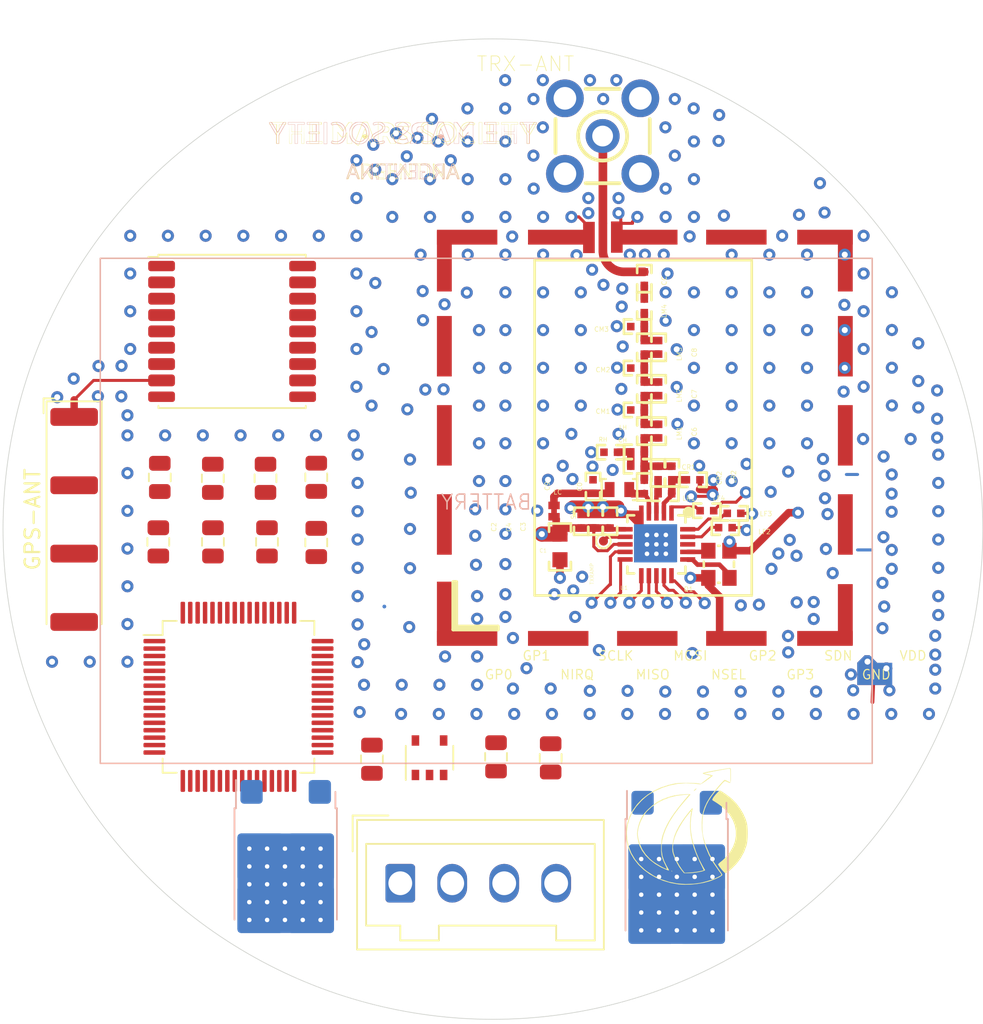
<source format=kicad_pcb>
(kicad_pcb (version 20221018) (generator pcbnew)
  (layers (0 "F.Cu" signal "Top") (1 "In1.Cu" signal "Inner2") (2 "In2.Cu" signal "Inner3") (31 "B.Cu" signal "Bottom") (34 "B.Paste" user "Paste Mask Bottom") (35 "F.Paste" user "Paste Mask Top") (36 "B.SilkS" user "Silkscreen Bottom") (37 "F.SilkS" user "Silkscreen Top") (38 "B.Mask" user "Solder Mask Bottom") (39 "F.Mask" user "Solder Mask Top") (44 "Edge.Cuts" user))
  (net 0 "")
  (net 1 "VPP")
  (net 2 "TX7")
  (net 3 "TX6")
  (net 4 "TX4")
  (net 5 "TX3")
  (net 6 "TX1")
  (net 7 "TRX2")
  (net 8 "RXP")
  (net 9 "RXN")
  (net 10 "RFVDD_TX")
  (net 11 "RFVDD")
  (net 12 "RF_SDN")
  (net 13 "RF_SCLK")
  (net 14 "RF_NSEL")
  (net 15 "RF_NIRQ")
  (net 16 "RF_MOSI")
  (net 17 "RF_MISO")
  (net 18 "RF_GPIO_3")
  (net 19 "RF_GPIO_2")
  (net 20 "RF_GPIO_1")
  (net 21 "RF_GPIO_0")
  (net 22 "GND")
  (net 23 "$$$7296")
  (net 24 "$$$6546")
  (net 25 "$$$30984")
  (net 26 "$$$30982")
  (net 27 "$$$30978")
  (net 28 "$$$11466")
  (net 29 "$$$11456")
  (net 30 "$$$10983")
  (footprint "Package_SO:TSOP-5_1.65x3.05mm_P0.95mm" (layer "F.Cu") (at 90.78114 61.12677 90)
    (fp_text reference "REF**" hide)
    (fp_text value "TSOP-5_1.65x3.05mm_P0.95mm")
  )
  (footprint "Capacitor_SMD:C_0805_2012Metric" (layer "F.Cu") (at 86.90114 61.22677 -90)
    (fp_text reference "REF**" hide)
    (fp_text value "C_0805_2012Metric")
  )
  (footprint "SMD0402" (layer "F.Cu") (at 105.24908 28.87684 90)
    (fp_text reference "CC")
    (fp_text value "SMD0402" hide)
  )
  (footprint "SMD0402" (layer "F.Cu") (at 104.79188 41.50064)
    (fp_text reference "CH")
    (fp_text value "SMD0402" hide)
  )
  (footprint "MountingHole:MountingHole_2.5mm" (layer "F.Cu") (at 76.84114 22.28677)
    (fp_text reference "REF**" hide)
    (fp_text value "MountingHole_2.5mm")
  )
  (footprint "CRYSTAL_4PIN_SMD_2.5X2MM" (layer "F.Cu") (at 110.27241 48.10564 -90)
    (fp_text reference "Q1")
    (fp_text value "CRYSTAL_4PIN_SMD_2.5X2MM" hide)
  )
  (footprint "QFN-20" (layer "F.Cu") (at 106.06388 46.76376 -90)
    (fp_text reference "U1")
    (fp_text value "QFN-20" hide)
  )
  (footprint "IND0603" (layer "F.Cu") (at 103.5729 43.07441 180)
    (fp_text reference "LC")
    (fp_text value "IND0603" hide)
  )
  (footprint "SMD0402" (layer "F.Cu") (at 101.7949 42.87121 -90)
    (fp_text reference "C9")
    (fp_text value "SMD0402" hide)
  )
  (footprint "Capacitor_SMD:C_0805_2012Metric" (layer "F.Cu") (at 72.51114 46.59677 90)
    (fp_text reference "REF**" hide)
    (fp_text value "C_0805_2012Metric")
  )
  (footprint "SMD0402" (layer "F.Cu") (at 100.99328 45.20699 -90)
    (fp_text reference "C2")
    (fp_text value "SMD0402" hide)
  )
  (footprint "SMD0402" (layer "F.Cu") (at 105.24908 36.29364 -90)
    (fp_text reference "LM2")
    (fp_text value "SMD0402" hide)
  )
  (footprint "SHIELD_BMI-S-203-F" (layer "F.Cu") (at 91.77968 53.09471)
    (fp_text reference "U4" hide)
    (fp_text value "SHIELD_BMI-S-203-F" hide)
  )
  (footprint "SMA-V" (layer "F.Cu") (at 102.44114 19.27677 180)
    (fp_text reference "TRX-ANT")
    (fp_text value "SMA-V" hide)
  )
  (footprint "SMD0402" (layer "F.Cu") (at 107.10328 41.95784 -90)
    (fp_text reference "LR2")
    (fp_text value "SMD0402" hide)
  )
  (footprint "Capacitor_SMD:C_0805_2012Metric" (layer "F.Cu") (at 76.19114 46.59677 90)
    (fp_text reference "REF**" hide)
    (fp_text value "C_0805_2012Metric")
  )
  (footprint "MountingHole:MountingHole_2.5mm" (layer "F.Cu") (at 73.94114 67.14677)
    (fp_text reference "REF**" hide)
    (fp_text value "MountingHole_2.5mm")
  )
  (footprint "SMD0402" (layer "F.Cu") (at 104.79188 32.10264)
    (fp_text reference "CM3")
    (fp_text value "SMD0402" hide)
  )
  (footprint "SMD0402" (layer "F.Cu") (at 106.17793 41.95833 -90)
    (fp_text reference "CR2")
    (fp_text value "SMD0402" hide)
  )
  (footprint "RF_GPS:ublox_MAX" (layer "F.Cu") (at 77.48114 32.42677)
    (fp_text reference "REF**" hide)
    (fp_text value "ublox_MAX")
  )
  (footprint "SMD0402" (layer "F.Cu") (at 102.93968 45.20623 -90)
    (fp_text reference "C3")
    (fp_text value "SMD0402" hide)
  )
  (footprint "Package_QFP:TQFP-64_10x10mm_P0.5mm" (layer "F.Cu") (at 77.91114 57.02677)
    (fp_text reference "REF**" hide)
    (fp_text value "TQFP-64_10x10mm_P0.5mm")
  )
  (footprint "LOGO" (layer "F.Cu") (at 88.99114 20.11677)
    (fp_text reference "G***" hide)
    (fp_text value "LOGO" hide)
  )
  (footprint "SMD0402" (layer "F.Cu") (at 105.24908 33.49964 -90)
    (fp_text reference "LM3")
    (fp_text value "SMD0402" hide)
  )
  (footprint "SMD0402" (layer "F.Cu") (at 105.24908 30.70564 -90)
    (fp_text reference "LM4")
    (fp_text value "SMD0402" hide)
  )
  (footprint "LOGO" (layer "F.Cu") (at 108.10114 65.84677)
    (fp_text reference "G***" hide)
    (fp_text value "LOGO" hide)
  )
  (footprint "MountingHole:MountingHole_2.5mm" (layer "F.Cu") (at 113.13114 22.22677)
    (fp_text reference "REF**" hide)
    (fp_text value "MountingHole_2.5mm")
  )
  (footprint "SMD0402" (layer "F.Cu") (at 104.79188 37.71604)
    (fp_text reference "CM1")
    (fp_text value "SMD0402" hide)
  )
  (footprint "Capacitor_SMD:C_0805_2012Metric" (layer "F.Cu") (at 83.15114 42.24677 90)
    (fp_text reference "REF**" hide)
    (fp_text value "C_0805_2012Metric")
  )
  (footprint "Connector_Wago:Wago_734-134_1x04_P3.50mm_Vertical" (layer "F.Cu") (at 88.81114 69.57677)
    (fp_text reference "REF**" hide)
    (fp_text value "Wago_734-134_1x04_P3.50mm_Vertical")
  )
  (footprint "RF_Antenna:Antenova_SR4G013_GPS" (layer "F.Cu") (at 66.84114 45.08677 -90)
    (fp_text reference "GPS-ANT")
    (fp_text value "Antenova_SR4G013_GPS")
  )
  (footprint "SMD0402" (layer "F.Cu") (at 104.79188 34.89664)
    (fp_text reference "CM2")
    (fp_text value "SMD0402" hide)
  )
  (footprint "SMD0402" (layer "F.Cu") (at 102.98848 40.56084)
    (fp_text reference "RH")
    (fp_text value "SMD0402" hide)
  )
  (footprint "SMD0402" (layer "F.Cu") (at 110.7103 45.63981)
    (fp_text reference "LF2")
    (fp_text value "SMD0402" hide)
  )
  (footprint "SMD0402" (layer "F.Cu") (at 105.24908 42.89764 -90)
    (fp_text reference "C0")
    (fp_text value "SMD0402" hide)
  )
  (footprint "Capacitor_SMD:C_0805_2012Metric" (layer "F.Cu") (at 79.83114 46.59677 90)
    (fp_text reference "REF**" hide)
    (fp_text value "C_0805_2012Metric")
  )
  (footprint "SMD0402" (layer "F.Cu") (at 105.24908 39.13844 -90)
    (fp_text reference "LM1")
    (fp_text value "SMD0402" hide)
  )
  (footprint "Capacitor_SMD:C_0805_2012Metric" (layer "F.Cu") (at 76.18114 42.31677 90)
    (fp_text reference "REF**" hide)
    (fp_text value "C_0805_2012Metric")
  )
  (footprint "SMD0402" (layer "F.Cu") (at 106.21428 39.13844 -90)
    (fp_text reference "C6")
    (fp_text value "SMD0402" hide)
  )
  (footprint "Capacitor_SMD:C_0805_2012Metric" (layer "F.Cu") (at 72.61114 42.25677 90)
    (fp_text reference "REF**" hide)
    (fp_text value "C_0805_2012Metric")
  )
  (footprint "SMD0402" (layer "F.Cu") (at 101.95416 45.20699 -90)
    (fp_text reference "C4")
    (fp_text value "SMD0402" hide)
  )
  (footprint "Capacitor_SMD:C_0805_2012Metric" (layer "F.Cu") (at 79.73114 42.31677 90)
    (fp_text reference "REF**" hide)
    (fp_text value "C_0805_2012Metric")
  )
  (footprint "Capacitor_SMD:C_0805_2012Metric" (layer "F.Cu") (at 95.26114 61.06677 90)
    (fp_text reference "REF**" hide)
    (fp_text value "C_0805_2012Metric")
  )
  (footprint "Capacitor_SMD:C_0805_2012Metric" (layer "F.Cu") (at 83.15114 46.63677 90)
    (fp_text reference "REF**" hide)
    (fp_text value "C_0805_2012Metric")
  )
  (footprint "SMD0402" (layer "F.Cu") (at 111.2945 44.67461)
    (fp_text reference "LF3")
    (fp_text value "SMD0402" hide)
  )
  (footprint "SMD0402" (layer "F.Cu") (at 106.21428 33.49964 -90)
    (fp_text reference "C8")
    (fp_text value "SMD0402" hide)
  )
  (footprint "SMD0402" (layer "F.Cu") (at 108.54013 42.41553 180)
    (fp_text reference "CR1")
    (fp_text value "SMD0402" hide)
  )
  (footprint "Capacitor_SMD:C_0805_2012Metric" (layer "F.Cu") (at 98.94114 61.13677 90)
    (fp_text reference "REF**" hide)
    (fp_text value "C_0805_2012Metric")
  )
  (footprint "SMD0402" (layer "F.Cu") (at 104.79188 40.53544)
    (fp_text reference "LH")
    (fp_text value "SMD0402" hide)
  )
  (footprint "SMD0402" (layer "F.Cu") (at 106.63513 43.35533)
    (fp_text reference "LR1")
    (fp_text value "SMD0402" hide)
  )
  (footprint "TESTPOINT_24" (layer "F.Cu") (at 102.49836 46.54151)
    (fp_text reference "TXRAMP")
    (fp_text value "TESTPOINT_24" hide)
  )
  (footprint "JP_SMD_2P_20X30_SHORT" (layer "F.Cu") (at 99.16753 44.52373 -90)
    (fp_text reference "SJ1")
    (fp_text value "JP_SMD_2P_20X30_SHORT" hide)
  )
  (footprint "SMD0402" (layer "F.Cu") (at 106.21428 36.29364 -90)
    (fp_text reference "C7")
    (fp_text value "SMD0402" hide)
  )
  (footprint "SMD0402" (layer "F.Cu") (at 109.4657 44.49681)
    (fp_text reference "LF4")
    (fp_text value "SMD0402" hide)
  )
  (footprint "SMD0603" (layer "F.Cu") (at 99.56853 46.93507 90)
    (fp_text reference "C1")
    (fp_text value "SMD0603" hide)
  )
  (footprint "MountingHole:MountingHole_2.5mm" (layer "F.Cu") (at 116.11114 66.97677)
    (fp_text reference "REF**" hide)
    (fp_text value "MountingHole_2.5mm")
  )
  (footprint "Package_TO_SOT_SMD:ATPAK-2" (layer "B.Cu") (at 107.43114 69.10677 -90)
    (fp_text reference "REF**" hide)
    (fp_text value "ATPAK-2")
  )
  (footprint "Package_TO_SOT_SMD:ATPAK-2" (layer "B.Cu") (at 81.09114 68.37677 -90)
    (fp_text reference "REF**" hide)
    (fp_text value "ATPAK-2")
  )
  (footprint "LOGO" (layer "B.Cu") (at 88.99114 20.11677 180)
    (fp_text reference "G***" hide)
    (fp_text value "LOGO" hide)
  )
  (footprint "Battery:503450" (layer "B.Cu") (at 120.60114 61.50677 180)
    (fp_text reference "REF**" hide)
    (fp_text value "503450")
  )
  (gr_poly (pts (xy 119.58913 54.73453) (xy 120.09713 54.22653) (xy 120.42733 54.22653) (xy 120.93533 54.73453) (xy 121.95133 54.73453) (xy 121.95133 56.23313) (xy 119.58913 56.23313)) (fill solid) (layer "F.Cu"))
  (gr_poly (pts (xy 101.91174 25.05057) (xy 101.91174 27.15877) (xy 101.12434 27.15877) (xy 101.12434 25.05057)) (fill solid) (layer "F.Cu"))
  (gr_poly (pts (xy 103.79134 25.02517) (xy 103.79134 27.13337) (xy 103.00394 27.13337) (xy 103.00394 25.02517)) (fill solid) (layer "F.Cu"))
  (gr_poly (pts (xy 119.58913 54.73453) (xy 120.09713 54.22653) (xy 120.42733 54.22653) (xy 120.93533 54.73453) (xy 121.95133 54.73453) (xy 121.95133 56.23313) (xy 119.58913 56.23313)) (fill solid) (layer "B.Cu"))
  (gr_poly (pts (xy 104.55233 45.40913) (xy 104.55233 47.97813) (xy 107.33363 47.97813) (xy 107.46053 47.96137) (xy 107.46053 45.40913)) (fill solid) (layer "B.Cu"))
  (gr_line (start 112.4883 50.2047) (end 112.4883 27.63121) (stroke (width 0.1778)) (layer "F.SilkS"))
  (gr_line (start 97.86286 50.2048) (end 112.4883 50.2047) (stroke (width 0.1778)) (layer "F.SilkS"))
  (gr_line (start 97.86286 50.2048) (end 97.86286 27.63121) (stroke (width 0.1778)) (layer "F.SilkS"))
  (gr_line (start 97.86286 27.63121) (end 112.4883 27.63121) (stroke (width 0.1778)) (layer "F.SilkS"))
  (gr_circle (center 95.05114 45.73677) (end 128.05114 45.73677) (stroke (width 0.05)) (fill none) (layer "Edge.Cuts"))
  (gr_text "GP3" (at 114.77408 55.90244) (layer "F.SilkS") (effects (font (size 0.635 0.635) (thickness 0.0762)) (justify left bottom)))
  (gr_text "GP0" (at 94.45408 55.90244) (layer "F.SilkS") (effects (font (size 0.635 0.635) (thickness 0.0762)) (justify left bottom)))
  (gr_text "NSEL" (at 109.69408 55.90244) (layer "F.SilkS") (effects (font (size 0.635 0.635) (thickness 0.0762)) (justify left bottom)))
  (gr_text "NIRQ" (at 99.53408 55.90244) (layer "F.SilkS") (effects (font (size 0.635 0.635) (thickness 0.0762)) (justify left bottom)))
  (gr_text "SCLK" (at 102.07408 54.63244) (layer "F.SilkS") (effects (font (size 0.635 0.635) (thickness 0.0762)) (justify left bottom)))
  (gr_text "GND" (at 119.85408 55.90244) (layer "F.SilkS") (effects (font (size 0.635 0.635) (thickness 0.0762)) (justify left bottom)))
  (gr_text "VDD" (at 122.39408 54.63244) (layer "F.SilkS") (effects (font (size 0.635 0.635) (thickness 0.0762)) (justify left bottom)))
  (gr_text "GP1" (at 96.99408 54.63244) (layer "F.SilkS") (effects (font (size 0.635 0.635) (thickness 0.0762)) (justify left bottom)))
  (gr_text "MISO" (at 104.61408 55.90244) (layer "F.SilkS") (effects (font (size 0.635 0.635) (thickness 0.0762)) (justify left bottom)))
  (gr_text "MOSI" (at 107.15408 54.63244) (layer "F.SilkS") (effects (font (size 0.635 0.635) (thickness 0.0762)) (justify left bottom)))
  (gr_text "SDN" (at 117.31408 54.63244) (layer "F.SilkS") (effects (font (size 0.635 0.635) (thickness 0.0762)) (justify left bottom)))
  (gr_text "GP2" (at 112.23408 54.63244) (layer "F.SilkS") (effects (font (size 0.635 0.635) (thickness 0.0762)) (justify left bottom)))
  (via (at 79.84114 68.44677) (size 0.6) (drill 0.3) (layers "F.Cu" "B.Cu") (net 0))
  (via (at 83.44114 68.44677) (size 0.6) (drill 0.3) (layers "F.Cu" "B.Cu") (net 0))
  (via (at 83.44114 70.84677) (size 0.6) (drill 0.3) (layers "F.Cu" "B.Cu") (net 0))
  (via (at 81.04114 72.04677) (size 0.6) (drill 0.3) (layers "F.Cu" "B.Cu") (net 0))
  (via (at 79.84114 70.84677) (size 0.6) (drill 0.3) (layers "F.Cu" "B.Cu") (net 0))
  (via (at 108.64114 69.14677) (size 0.6) (drill 0.3) (layers "F.Cu" "B.Cu") (net 0))
  (via (at 82.24114 68.44677) (size 0.6) (drill 0.3) (layers "F.Cu" "B.Cu") (net 0))
  (via (at 82.24114 67.24677) (size 0.6) (drill 0.3) (layers "F.Cu" "B.Cu") (net 0))
  (via (at 109.84114 72.74677) (size 0.6) (drill 0.3) (layers "F.Cu" "B.Cu") (net 0))
  (via (at 105.04114 71.54677) (size 0.6) (drill 0.3) (layers "F.Cu" "B.Cu") (net 0))
  (via (at 78.64114 69.64677) (size 0.6) (drill 0.3) (layers "F.Cu" "B.Cu") (net 0))
  (via (at 79.84114 72.04677) (size 0.6) (drill 0.3) (layers "F.Cu" "B.Cu") (net 0))
  (via (at 109.84114 71.54677) (size 0.6) (drill 0.3) (layers "F.Cu" "B.Cu") (net 0))
  (via (at 107.44114 69.14677) (size 0.6) (drill 0.3) (layers "F.Cu" "B.Cu") (net 0))
  (via (at 105.04114 67.94677) (size 0.6) (drill 0.3) (layers "F.Cu" "B.Cu") (net 0))
  (via (at 108.64114 70.34677) (size 0.6) (drill 0.3) (layers "F.Cu" "B.Cu") (net 0))
  (via (at 106.24114 69.14677) (size 0.6) (drill 0.3) (layers "F.Cu" "B.Cu") (net 0))
  (via (at 108.64114 71.54677) (size 0.6) (drill 0.3) (layers "F.Cu" "B.Cu") (net 0))
  (via (at 108.64114 72.74677) (size 0.6) (drill 0.3) (layers "F.Cu" "B.Cu") (net 0))
  (via (at 109.84114 67.94677) (size 0.6) (drill 0.3) (layers "F.Cu" "B.Cu") (net 0))
  (via (at 81.04114 70.84677) (size 0.6) (drill 0.3) (layers "F.Cu" "B.Cu") (net 0))
  (via (at 107.44114 67.94677) (size 0.6) (drill 0.3) (layers "F.Cu" "B.Cu") (net 0))
  (via (at 108.64114 67.94677) (size 0.6) (drill 0.3) (layers "F.Cu" "B.Cu") (net 0))
  (via (at 82.24114 72.04677) (size 0.6) (drill 0.3) (layers "F.Cu" "B.Cu") (net 0))
  (via (at 81.04114 67.24677) (size 0.6) (drill 0.3) (layers "F.Cu" "B.Cu") (net 0))
  (via (at 83.44114 72.04677) (size 0.6) (drill 0.3) (layers "F.Cu" "B.Cu") (net 0))
  (via (at 79.84114 69.64677) (size 0.6) (drill 0.3) (layers "F.Cu" "B.Cu") (net 0))
  (via (at 82.24114 69.64677) (size 0.6) (drill 0.3) (layers "F.Cu" "B.Cu") (net 0))
  (via (at 107.44114 70.34677) (size 0.6) (drill 0.3) (layers "F.Cu" "B.Cu") (net 0))
  (via (at 78.64114 72.04677) (size 0.6) (drill 0.3) (layers "F.Cu" "B.Cu") (net 0))
  (via (at 81.04114 68.44677) (size 0.6) (drill 0.3) (layers "F.Cu" "B.Cu") (net 0))
  (via (at 105.04114 70.34677) (size 0.6) (drill 0.3) (layers "F.Cu" "B.Cu") (net 0))
  (via (at 106.24114 71.54677) (size 0.6) (drill 0.3) (layers "F.Cu" "B.Cu") (net 0))
  (via (at 81.04114 69.64677) (size 0.6) (drill 0.3) (layers "F.Cu" "B.Cu") (net 0))
  (via (at 82.24114 70.84677) (size 0.6) (drill 0.3) (layers "F.Cu" "B.Cu") (net 0))
  (via (at 107.44114 71.54677) (size 0.6) (drill 0.3) (layers "F.Cu" "B.Cu") (net 0))
  (via (at 83.44114 69.64677) (size 0.6) (drill 0.3) (layers "F.Cu" "B.Cu") (net 0))
  (via (at 78.64114 70.84677) (size 0.6) (drill 0.3) (layers "F.Cu" "B.Cu") (net 0))
  (via (at 105.04114 72.74677) (size 0.6) (drill 0.3) (layers "F.Cu" "B.Cu") (net 0))
  (via (at 105.04114 69.14677) (size 0.6) (drill 0.3) (layers "F.Cu" "B.Cu") (net 0))
  (via (at 78.64114 67.24677) (size 0.6) (drill 0.3) (layers "F.Cu" "B.Cu") (net 0))
  (via (at 107.44114 72.74677) (size 0.6) (drill 0.3) (layers "F.Cu" "B.Cu") (net 0))
  (via (at 79.84114 67.24677) (size 0.6) (drill 0.3) (layers "F.Cu" "B.Cu") (net 0))
  (via (at 106.24114 67.94677) (size 0.6) (drill 0.3) (layers "F.Cu" "B.Cu") (net 0))
  (via (at 83.44114 67.24677) (size 0.6) (drill 0.3) (layers "F.Cu" "B.Cu") (net 0))
  (via (at 106.24114 70.34677) (size 0.6) (drill 0.3) (layers "F.Cu" "B.Cu") (net 0))
  (via (at 109.84114 70.34677) (size 0.6) (drill 0.3) (layers "F.Cu" "B.Cu") (net 0))
  (via (at 78.64114 68.44677) (size 0.6) (drill 0.3) (layers "F.Cu" "B.Cu") (net 0))
  (via (at 106.24114 72.74677) (size 0.6) (drill 0.3) (layers "F.Cu" "B.Cu") (net 0))
  (via (at 109.84114 69.14677) (size 0.6) (drill 0.3) (layers "F.Cu" "B.Cu") (net 0))
  (segment (start 87.73778 50.94993) (end 87.73778 50.94841) (width 0.254) (layer "B.Cu") (net 1))
  (segment (start 105.24908 30.24844) (end 105.24908 29.33404) (width 0.508) (layer "F.Cu") (net 2))
  (segment (start 105.24908 38.68124) (end 106.21428 38.68124) (width 0.508) (layer "F.Cu") (net 3))
  (segment (start 105.24908 36.75084) (end 106.21428 36.75084) (width 0.508) (layer "F.Cu") (net 3))
  (segment (start 105.24908 37.71604) (end 105.24908 36.75084) (width 0.508) (layer "F.Cu") (net 3))
  (segment (start 105.24908 38.68124) (end 105.24908 37.71604) (width 0.508) (layer "F.Cu") (net 3))
  (segment (start 105.24908 34.79504) (end 105.24908 33.95684) (width 0.508) (layer "F.Cu") (net 4))
  (segment (start 105.24908 33.95684) (end 106.21428 33.95684) (width 0.508) (layer "F.Cu") (net 4))
  (segment (start 105.24908 35.83644) (end 106.21428 35.83644) (width 0.508) (layer "F.Cu") (net 4))
  (segment (start 105.24908 35.83644) (end 105.24908 34.89664) (width 0.508) (layer "F.Cu") (net 4))
  (segment (start 105.24908 34.89664) (end 105.24908 34.79504) (width 0.508) (layer "F.Cu") (net 4))
  (segment (start 106.17793 41.50113) (end 107.10328 41.50064) (width 0.508) (layer "F.Cu") (net 5))
  (segment (start 105.24957 41.50113) (end 106.17793 41.50113) (width 0.508) (layer "F.Cu") (net 5))
  (segment (start 105.24908 40.53544) (end 105.24908 39.59564) (width 0.508) (layer "F.Cu") (net 5))
  (segment (start 105.24908 42.44044) (end 105.24957 41.50113) (width 0.508) (layer "F.Cu") (net 5))
  (segment (start 105.24908 39.59564) (end 106.21428 39.59564) (width 0.508) (layer "F.Cu") (net 5))
  (segment (start 105.24908 42.44044) (end 105.24908 41.50064) (width 0.508) (layer "F.Cu") (net 5))
  (segment (start 105.24908 41.50064) (end 105.24908 40.53544) (width 0.508) (layer "F.Cu") (net 5))
  (segment (start 104.2333 43.07441) (end 104.4365 43.27761) (width 0.508) (layer "F.Cu") (net 6))
  (segment (start 105.55588 44.65556) (end 105.55588 43.80009) (width 0.3048) (layer "F.Cu") (net 6))
  (segment (start 105.26533 43.35484) (end 105.55588 43.80009) (width 0.3048) (layer "F.Cu") (net 6))
  (segment (start 104.4365 43.35484) (end 104.4365 43.27761) (width 0.508) (layer "F.Cu") (net 6))
  (segment (start 104.4365 43.35484) (end 105.24908 43.35484) (width 0.508) (layer "F.Cu") (net 6))
  (segment (start 105.24908 43.35484) (end 105.24908 43.32993) (width 0.508) (layer "F.Cu") (net 6))
  (segment (start 105.24908 43.32993) (end 105.26533 43.35484) (width 0.3048) (layer "F.Cu") (net 6))
  (segment (start 105.24908 33.04244) (end 105.24908 32.10264) (width 0.508) (layer "F.Cu") (net 7))
  (segment (start 105.24908 33.04244) (end 106.21428 33.04244) (width 0.508) (layer "F.Cu") (net 7))
  (segment (start 105.24908 32.10264) (end 105.24908 31.16284) (width 0.508) (layer "F.Cu") (net 7))
  (segment (start 106.57188 43.99033) (end 107.09233 43.48233) (width 0.3048) (layer "F.Cu") (net 8))
  (segment (start 107.10328 42.41504) (end 108.08244 42.41504) (width 0.508) (layer "F.Cu") (net 8))
  (segment (start 107.10328 43.34438) (end 107.10328 42.41504) (width 0.508) (layer "F.Cu") (net 8))
  (segment (start 107.09233 43.48233) (end 107.09233 43.35533) (width 0.3048) (layer "F.Cu") (net 8))
  (segment (start 106.57188 44.65556) (end 106.57188 43.99033) (width 0.3048) (layer "F.Cu") (net 8))
  (segment (start 107.09233 43.35533) (end 107.10328 43.34438) (width 0.508) (layer "F.Cu") (net 8))
  (segment (start 108.08244 42.41504) (end 108.08293 42.41553) (width 0.508) (layer "F.Cu") (net 8))
  (segment (start 106.17793 43.35533) (end 106.17793 42.41553) (width 0.508) (layer "F.Cu") (net 9))
  (segment (start 106.06388 44.65556) (end 106.06388 43.54558) (width 0.3048) (layer "F.Cu") (net 9))
  (segment (start 106.06388 43.54558) (end 106.17793 43.35533) (width 0.3048) (layer "F.Cu") (net 9))
  (segment (start 102.8109 43.17601) (end 102.9125 43.07441) (width 0.508) (layer "F.Cu") (net 10))
  (segment (start 99.38686 43.33027) (end 101.7949 43.32841) (width 0.508) (layer "F.Cu") (net 10))
  (segment (start 102.8109 43.32841) (end 102.8109 43.17601) (width 0.508) (layer "F.Cu") (net 10))
  (segment (start 99.16012 44.13532) (end 99.16753 44.14273) (width 0.508) (layer "F.Cu") (net 10))
  (segment (start 99.16012 44.13532) (end 99.16012 43.55701) (width 0.508) (layer "F.Cu") (net 10))
  (segment (start 101.7949 43.32841) (end 102.8109 43.32841) (width 0.508) (layer "F.Cu") (net 10))
  (segment (start 99.16012 43.55701) (end 99.38686 43.33027) (width 0.508) (layer "F.Cu") (net 10))
  (segment (start 101.49772 45.66343) (end 101.95416 45.66419) (width 0.508) (layer "F.Cu") (net 11))
  (segment (start 100.15091 45.6652) (end 100.20894 45.66513) (width 0.508) (layer "F.Cu") (net 11))
  (segment (start 101.8457 45.66343) (end 102.77991 45.66343) (width 0.508) (layer "F.Cu") (net 11))
  (segment (start 99.31066 45.90397) (end 99.31066 45.05561) (width 0.508) (layer "F.Cu") (net 11))
  (segment (start 102.77991 45.66343) (end 102.86424 45.74776) (width 0.3048) (layer "F.Cu") (net 11))
  (segment (start 102.1251 47.18921) (end 102.7601 47.18921) (width 0.2032) (layer "F.Cu") (net 11))
  (segment (start 98.34546 46.07161) (end 98.3456 46.07147) (width 1.016) (layer "F.Cu") (net 11))
  (segment (start 103.1919 46.76376) (end 103.95568 46.76376) (width 0.2032) (layer "F.Cu") (net 11))
  (segment (start 102.7601 47.18921) (end 103.1919 46.76376) (width 0.2032) (layer "F.Cu") (net 11))
  (segment (start 99.21833 44.96328) (end 99.31066 45.05561) (width 0.508) (layer "F.Cu") (net 11))
  (segment (start 100.20894 45.66513) (end 100.99328 45.66419) (width 0.508) (layer "F.Cu") (net 11))
  (segment (start 99.56853 46.07147) (end 99.56853 45.73157) (width 0.2032) (layer "F.Cu") (net 11))
  (segment (start 98.3456 46.07147) (end 99.56853 46.07147) (width 1.016) (layer "F.Cu") (net 11))
  (segment (start 102.77991 45.66343) (end 102.93968 45.66343) (width 0.508) (layer "F.Cu") (net 11))
  (segment (start 99.31066 45.90397) (end 99.56853 45.73157) (width 0.508) (layer "F.Cu") (net 11))
  (segment (start 101.8457 46.90981) (end 102.1251 47.18921) (width 0.2032) (layer "F.Cu") (net 11))
  (segment (start 102.86424 45.74776) (end 103.95568 45.74776) (width 0.3048) (layer "F.Cu") (net 11))
  (segment (start 99.16753 44.90473) (end 99.21833 44.96328) (width 0.508) (layer "F.Cu") (net 11))
  (segment (start 99.56853 45.73157) (end 99.6349 45.6652) (width 0.508) (layer "F.Cu") (net 11))
  (segment (start 101.49772 45.66343) (end 101.8457 45.66343) (width 0.508) (layer "F.Cu") (net 11))
  (segment (start 99.6349 45.6652) (end 100.15091 45.6652) (width 0.508) (layer "F.Cu") (net 11))
  (segment (start 100.99328 45.66419) (end 101.95416 45.66419) (width 0.508) (layer "F.Cu") (net 11))
  (segment (start 101.8457 46.90981) (end 101.8457 45.66343) (width 0.2032) (layer "F.Cu") (net 11))
  (via (at 121.40866 50.94841) (size 0.8128) (drill 0.4064) (layers "F.Cu" "B.Cu") (net 11))
  (via (at 98.34546 46.07161) (size 0.8128) (drill 0.4064) (layers "F.Cu" "B.Cu") (net 11))
  (segment (start 111.4342 43.92531) (end 112.09714 43.26237) (width 0.2032) (layer "F.Cu") (net 12))
  (segment (start 110.4944 43.92531) (end 111.4342 43.92531) (width 0.2032) (layer "F.Cu") (net 12))
  (segment (start 109.9229 44.49681) (end 110.4944 43.92531) (width 0.2032) (layer "F.Cu") (net 12))
  (via (at 121.90967 44.57199) (size 0.8128) (drill 0.4064) (layers "F.Cu" "B.Cu") (net 12))
  (via (at 112.09714 43.26237) (size 0.8128) (drill 0.4064) (layers "F.Cu" "B.Cu") (net 12))
  (segment (start 105.50826 50.69441) (end 105.50826 50.53883) (width 0.2032) (layer "F.Cu") (net 13))
  (segment (start 105.55588 50.49121) (end 105.55588 48.87196) (width 0.2032) (layer "F.Cu") (net 13))
  (segment (start 105.50826 50.53883) (end 105.55588 50.49121) (width 0.2032) (layer "F.Cu") (net 13))
  (via (at 117.42086 43.65861) (size 0.8128) (drill 0.4064) (layers "F.Cu" "B.Cu") (net 13))
  (via (at 115.51586 50.66901) (size 0.8128) (drill 0.4064) (layers "F.Cu" "B.Cu") (net 13))
  (via (at 105.50826 50.69441) (size 0.8128) (drill 0.4064) (layers "F.Cu" "B.Cu") (net 13))
  (segment (start 117.42086 43.65861) (end 117.62406 43.65861) (width 0.2032) (layer "B.Cu") (net 13))
  (segment (start 108.02286 49.95781) (end 108.58166 49.95781) (width 0.2032) (layer "F.Cu") (net 14))
  (segment (start 107.28626 49.22121) (end 108.02286 49.95781) (width 0.2032) (layer "F.Cu") (net 14))
  (segment (start 108.58166 49.95781) (end 109.2438 50.64278) (width 0.2032) (layer "F.Cu") (net 14))
  (segment (start 107.07988 49.22121) (end 107.07988 48.87196) (width 0.2032) (layer "F.Cu") (net 14))
  (segment (start 109.2438 50.64278) (end 109.31826 50.71981) (width 0.2032) (layer "F.Cu") (net 14))
  (segment (start 107.07988 49.22121) (end 107.28626 49.22121) (width 0.2032) (layer "F.Cu") (net 14))
  (via (at 121.90967 43.35279) (size 0.8128) (drill 0.4064) (layers "F.Cu" "B.Cu") (net 14))
  (via (at 109.31826 50.71981) (size 0.8128) (drill 0.4064) (layers "F.Cu" "B.Cu") (net 14))
  (via (at 113.76326 43.22681) (size 0.8128) (drill 0.4064) (layers "F.Cu" "B.Cu") (net 14))
  (segment (start 105.04788 49.88161) (end 105.04788 48.87196) (width 0.2032) (layer "F.Cu") (net 15))
  (segment (start 104.23826 50.69441) (end 104.23826 50.69123) (width 0.2032) (layer "F.Cu") (net 15))
  (segment (start 104.23826 50.69123) (end 105.04788 49.88161) (width 0.2032) (layer "F.Cu") (net 15))
  (via (at 117.59167 44.72439) (size 0.8128) (drill 0.4064) (layers "F.Cu" "B.Cu") (net 15))
  (via (at 116.65886 50.64361) (size 0.8128) (drill 0.4064) (layers "F.Cu" "B.Cu") (net 15))
  (via (at 104.23826 50.69441) (size 0.8128) (drill 0.4064) (layers "F.Cu" "B.Cu") (net 15))
  (segment (start 106.57188 49.52601) (end 106.57188 48.87196) (width 0.2032) (layer "F.Cu") (net 16))
  (segment (start 106.90208 49.85621) (end 107.21006 49.85621) (width 0.2032) (layer "F.Cu") (net 16))
  (segment (start 106.57188 49.52601) (end 106.90208 49.85621) (width 0.2032) (layer "F.Cu") (net 16))
  (segment (start 107.21006 49.85621) (end 108.04826 50.69441) (width 0.2032) (layer "F.Cu") (net 16))
  (via (at 111.74967 50.87119) (size 0.8128) (drill 0.4064) (layers "F.Cu" "B.Cu") (net 16))
  (via (at 117.28687 41.01599) (size 0.8128) (drill 0.4064) (layers "F.Cu" "B.Cu") (net 16))
  (via (at 108.04826 50.69441) (size 0.8128) (drill 0.4064) (layers "F.Cu" "B.Cu") (net 16))
  (segment (start 118.86167 42.05841) (end 119.61478 42.05841) (width 0.2032) (layer "B.Cu") (net 16))
  (segment (start 106.06388 49.93241) (end 106.34646 50.21181) (width 0.2032) (layer "F.Cu") (net 17))
  (segment (start 106.06388 49.93241) (end 106.06388 48.87196) (width 0.2032) (layer "F.Cu") (net 17))
  (segment (start 106.34646 50.21181) (end 106.77826 50.69441) (width 0.2032) (layer "F.Cu") (net 17))
  (via (at 121.91666 42.05841) (size 0.8128) (drill 0.4064) (layers "F.Cu" "B.Cu") (net 17))
  (via (at 112.96887 50.82039) (size 0.8128) (drill 0.4064) (layers "F.Cu" "B.Cu") (net 17))
  (via (at 117.38847 42.13359) (size 0.8128) (drill 0.4064) (layers "F.Cu" "B.Cu") (net 17))
  (via (at 106.77826 50.69441) (size 0.8128) (drill 0.4064) (layers "F.Cu" "B.Cu") (net 17))
  (segment (start 111.7517 44.67461) (end 112.1073 44.67461) (width 0.2032) (layer "F.Cu") (net 18))
  (segment (start 112.1073 44.67461) (end 112.5137 44.70001) (width 0.2032) (layer "F.Cu") (net 18))
  (via (at 112.5137 44.70001) (size 0.8128) (drill 0.4064) (layers "F.Cu" "B.Cu") (net 18))
  (via (at 114.28154 47.37717) (size 0.8128) (drill 0.4064) (layers "F.Cu" "B.Cu") (net 18))
  (via (at 121.91666 48.40841) (size 0.8128) (drill 0.4064) (layers "F.Cu" "B.Cu") (net 18))
  (segment (start 112.06158 45.71601) (end 112.14794 45.80237) (width 0.2032) (layer "F.Cu") (net 19))
  (segment (start 112.04634 45.71601) (end 112.06158 45.71601) (width 0.2032) (layer "F.Cu") (net 19))
  (segment (start 111.9803 45.81761) (end 111.9803 45.78205) (width 0.2032) (layer "F.Cu") (net 19))
  (segment (start 111.1675 45.63981) (end 111.8025 45.63981) (width 0.2032) (layer "F.Cu") (net 19))
  (segment (start 111.8025 45.63981) (end 111.9803 45.81761) (width 0.2032) (layer "F.Cu") (net 19))
  (segment (start 111.9803 45.78205) (end 112.04634 45.71601) (width 0.2032) (layer "F.Cu") (net 19))
  (via (at 112.14794 45.80237) (size 0.8128) (drill 0.4064) (layers "F.Cu" "B.Cu") (net 19))
  (via (at 117.93914 48.69797) (size 0.8128) (drill 0.4064) (layers "F.Cu" "B.Cu") (net 19))
  (via (at 113.81406 48.40841) (size 0.8128) (drill 0.4064) (layers "F.Cu" "B.Cu") (net 19))
  (segment (start 117.93914 48.69797) (end 118.15758 48.69797) (width 0.2032) (layer "B.Cu") (net 19))
  (segment (start 103.65406 50.00861) (end 103.65406 47.77976) (width 0.2032) (layer "F.Cu") (net 20))
  (segment (start 102.96826 50.69441) (end 103.65406 50.00861) (width 0.2032) (layer "F.Cu") (net 20))
  (segment (start 103.65406 47.77976) (end 103.95568 47.77976) (width 0.2032) (layer "F.Cu") (net 20))
  (via (at 117.48194 47.07237) (size 0.8128) (drill 0.4064) (layers "F.Cu" "B.Cu") (net 20))
  (via (at 102.96826 50.69441) (size 0.8128) (drill 0.4064) (layers "F.Cu" "B.Cu") (net 20))
  (via (at 116.65886 51.78661) (size 0.8128) (drill 0.4064) (layers "F.Cu" "B.Cu") (net 20))
  (via (at 121.91666 47.13841) (size 0.8128) (drill 0.4064) (layers "F.Cu" "B.Cu") (net 20))
  (segment (start 103.95568 47.27176) (end 103.95568 47.26541) (width 0.2032) (layer "F.Cu") (net 21))
  (segment (start 101.69826 50.69441) (end 102.91746 49.47521) (width 0.2032) (layer "F.Cu") (net 21))
  (segment (start 102.96826 49.47521) (end 102.96826 47.59065) (width 0.2032) (layer "F.Cu") (net 21))
  (segment (start 103.2935 47.26541) (end 103.95568 47.26541) (width 0.2032) (layer "F.Cu") (net 21))
  (segment (start 102.96826 47.59065) (end 103.2935 47.26541) (width 0.2032) (layer "F.Cu") (net 21))
  (segment (start 102.91746 49.47521) (end 102.96826 49.47521) (width 0.2032) (layer "F.Cu") (net 21))
  (via (at 115.50074 47.52957) (size 0.8128) (drill 0.4064) (layers "F.Cu" "B.Cu") (net 21))
  (via (at 121.35786 46.27481) (size 0.8128) (drill 0.4064) (layers "F.Cu" "B.Cu") (net 21))
  (via (at 101.69826 50.69441) (size 0.8128) (drill 0.4064) (layers "F.Cu" "B.Cu") (net 21))
  (via (at 114.93166 52.92961) (size 0.8128) (drill 0.4064) (layers "F.Cu" "B.Cu") (net 21))
  (segment (start 121.35786 46.32561) (end 121.35786 46.27481) (width 0.2032) (layer "B.Cu") (net 21))
  (segment (start 119.61478 47.13841) (end 120.54506 47.13841) (width 0.2032) (layer "B.Cu") (net 21))
  (segment (start 68.15114 35.72677) (end 72.73114 35.72677) (width 0.2) (layer "F.Cu") (net 22))
  (segment (start 104.7065 45.19353) (end 104.75017 45.23719) (width 0.4064) (layer "F.Cu") (net 22))
  (segment (start 104.75502 45.16356) (end 104.75502 44.74903) (width 0.4064) (layer "F.Cu") (net 22))
  (segment (start 105.37686 46.04621) (end 105.42888 46.09823) (width 0.2032) (layer "F.Cu") (net 22))
  (segment (start 120.67218 56.10613) (end 120.70546 55.31873) (width 0.254) (layer "F.Cu") (net 22))
  (segment (start 112.4121 47.19124) (end 114.96937 44.63397) (width 0.508) (layer "F.Cu") (net 22))
  (segment (start 104.75502 45.19353) (end 104.7819 45.23719) (width 0.4064) (layer "F.Cu") (net 22))
  (segment (start 104.28749 44.7372) (end 104.75502 44.74903) (width 0.508) (layer "F.Cu") (net 22))
  (segment (start 104.68034 45.16737) (end 104.7065 45.19353) (width 0.4064) (layer "F.Cu") (net 22))
  (segment (start 105.04788 45.19353) (end 105.04788 45.16356) (width 0.3048) (layer "F.Cu") (net 22))
  (segment (start 104.06785 44.7372) (end 104.22314 44.73557) (width 0.508) (layer "F.Cu") (net 22))
  (segment (start 120.70546 55.31873) (end 121.03693 55.31873) (width 0.254) (layer "F.Cu") (net 22))
  (segment (start 104.07968 44.74903) (end 104.56785 45.23719) (width 0.2032) (layer "F.Cu") (net 22))
  (segment (start 109.56121 49.52601) (end 109.56121 49.02004) (width 0.508) (layer "F.Cu") (net 22))
  (segment (start 108.35509 49.02004) (end 109.56121 49.02004) (width 0.508) (layer "F.Cu") (net 22))
  (segment (start 110.32321 53.09471) (end 111.44968 53.09471) (width 0.508) (layer "F.Cu") (net 22))
  (segment (start 105.04788 45.16356) (end 105.04788 44.74903) (width 0.3048) (layer "F.Cu") (net 22))
  (segment (start 109.56121 49.52601) (end 110.32321 50.28801) (width 0.508) (layer "F.Cu") (net 22))
  (segment (start 105.42888 46.09823) (end 105.42888 46.04621) (width 0.4064) (layer "F.Cu") (net 22))
  (segment (start 106.06388 46.76376) (end 106.06388 46.73323) (width 0.2032) (layer "F.Cu") (net 22))
  (segment (start 100.99328 44.74979) (end 101.95416 44.74979) (width 0.508) (layer "F.Cu") (net 22))
  (segment (start 105.04788 45.6299) (end 105.04788 45.33704) (width 0.3048) (layer "F.Cu") (net 22))
  (segment (start 103.54806 44.21741) (end 103.87636 44.54571) (width 0.254) (layer "F.Cu") (net 22))
  (segment (start 109.81102 43.53161) (end 109.85166 43.43001) (width 0.2032) (layer "F.Cu") (net 22))
  (segment (start 104.84472 45.33704) (end 105.04788 45.6299) (width 0.4064) (layer "F.Cu") (net 22))
  (segment (start 110.32321 53.09471) (end 110.32321 50.28801) (width 0.508) (layer "F.Cu") (net 22))
  (segment (start 108.97491 43.06398) (end 109.96253 43.10133) (width 0.508) (layer "F.Cu") (net 22))
  (segment (start 104.91809 44.74903) (end 105.01156 44.65556) (width 0.254) (layer "F.Cu") (net 22))
  (segment (start 103.87636 44.54571) (end 104.22314 44.73557) (width 0.4064) (layer "F.Cu") (net 22))
  (segment (start 105.04788 45.31977) (end 105.04788 45.23719) (width 0.3048) (layer "F.Cu") (net 22))
  (segment (start 114.96937 44.63397) (end 115.60234 44.63397) (width 0.508) (layer "F.Cu") (net 22))
  (segment (start 109.90246 42.51713) (end 109.90246 42.43941) (width 0.3048) (layer "F.Cu") (net 22))
  (segment (start 121.03693 55.31873) (end 121.82433 56.10613) (width 0.254) (layer "F.Cu") (net 22))
  (segment (start 108.35306 49.01801) (end 108.35509 49.02004) (width 0.508) (layer "F.Cu") (net 22))
  (segment (start 120.61808 57.38611) (end 120.67218 56.10613) (width 0.254) (layer "F.Cu") (net 22))
  (segment (start 108.3989 43.53161) (end 109.81102 43.53161) (width 0.2032) (layer "F.Cu") (net 22))
  (segment (start 104.45174 25.15217) (end 104.45174 25.05057) (width 0.2032) (layer "F.Cu") (net 22))
  (segment (start 105.04788 45.66521) (end 105.42888 46.04621) (width 0.508) (layer "F.Cu") (net 22))
  (segment (start 104.45174 25.05057) (end 104.78194 24.72037) (width 0.2032) (layer "F.Cu") (net 22))
  (segment (start 100.84494 24.72037) (end 101.30214 25.17757) (width 0.2032) (layer "F.Cu") (net 22))
  (segment (start 108.97491 43.06398) (end 108.99733 43.04157) (width 0.3048) (layer "F.Cu") (net 22))
  (segment (start 109.90246 42.51713) (end 109.96253 43.10133) (width 0.3048) (layer "F.Cu") (net 22))
  (segment (start 104.66769 45.33704) (end 104.96056 45.6299) (width 0.2032) (layer "F.Cu") (net 22))
  (segment (start 103.64148 24.46637) (end 103.66434 24.48923) (width 0.2032) (layer "F.Cu") (net 22))
  (segment (start 104.75502 44.74903) (end 104.91809 44.74903) (width 0.508) (layer "F.Cu") (net 22))
  (segment (start 105.42888 46.04621) (end 105.42888 46.0109) (width 0.4064) (layer "F.Cu") (net 22))
  (segment (start 102.93968 44.74903) (end 104.06785 44.7372) (width 0.508) (layer "F.Cu") (net 22))
  (segment (start 104.22314 44.73557) (end 104.22477 44.7372) (width 0.4064) (layer "F.Cu") (net 22))
  (segment (start 66.84114 37.03677) (end 68.15114 35.72677) (width 0.2) (layer "F.Cu") (net 22))
  (segment (start 103.51194 24.46637) (end 103.64148 24.46637) (width 0.2032) (layer "F.Cu") (net 22))
  (segment (start 105.04788 45.66521) (end 105.04788 45.6299) (width 0.3048) (layer "F.Cu") (net 22))
  (segment (start 100.42826 44.21741) (end 103.50166 44.21741) (width 0.8128) (layer "F.Cu") (net 22))
  (segment (start 105.01156 44.65556) (end 105.04788 44.65556) (width 0.254) (layer "F.Cu") (net 22))
  (segment (start 105.04788 45.23719) (end 105.04788 45.19353) (width 0.3048) (layer "F.Cu") (net 22))
  (segment (start 104.06785 44.7372) (end 104.07968 44.74903) (width 0.2032) (layer "F.Cu") (net 22))
  (segment (start 100.27586 44.31901) (end 100.42826 44.21741) (width 0.8128) (layer "F.Cu") (net 22))
  (segment (start 110.98361 47.19124) (end 112.4121 47.19124) (width 0.508) (layer "F.Cu") (net 22))
  (segment (start 103.50166 44.21741) (end 103.54806 44.21741) (width 0.254) (layer "F.Cu") (net 22))
  (segment (start 110.98361 47.19124) (end 110.98361 46.57961) (width 0.508) (layer "F.Cu") (net 22))
  (segment (start 105.45941 46.12876) (end 106.06388 46.73323) (width 0.2032) (layer "F.Cu") (net 22))
  (segment (start 103.87636 44.54571) (end 104.06785 44.7372) (width 0.2032) (layer "F.Cu") (net 22))
  (segment (start 101.49772 44.74903) (end 102.93968 44.74903) (width 0.508) (layer "F.Cu") (net 22))
  (segment (start 104.75502 45.19353) (end 104.75502 45.16356) (width 0.4064) (layer "F.Cu") (net 22))
  (segment (start 104.83274 45.31977) (end 104.84472 45.33704) (width 0.4064) (layer "F.Cu") (net 22))
  (segment (start 104.99586 45.66521) (end 105.37686 46.04621) (width 0.2032) (layer "F.Cu") (net 22))
  (segment (start 105.42888 46.12876) (end 105.42888 46.09823) (width 0.4064) (layer "F.Cu") (net 22))
  (segment (start 104.75017 45.23719) (end 104.83274 45.31977) (width 0.4064) (layer "F.Cu") (net 22))
  (segment (start 104.56785 45.23719) (end 104.65042 45.31977) (width 0.2032) (layer "F.Cu") (net 22))
  (segment (start 105.42888 46.09823) (end 105.45941 46.12876) (width 0.2032) (layer "F.Cu") (net 22))
  (segment (start 105.04788 45.33704) (end 105.04788 45.31977) (width 0.3048) (layer "F.Cu") (net 22))
  (segment (start 104.22477 44.7372) (end 104.2366 44.74903) (width 0.4064) (layer "F.Cu") (net 22))
  (segment (start 104.22314 44.73557) (end 104.28749 44.7372) (width 0.508) (layer "F.Cu") (net 22))
  (segment (start 110.98361 46.57961) (end 110.9897 46.57961) (width 0.508) (layer "F.Cu") (net 22))
  (segment (start 105.04788 44.74903) (end 105.04788 44.65556) (width 0.3048) (layer "F.Cu") (net 22))
  (segment (start 100.33694 24.72037) (end 100.84494 24.72037) (width 0.2032) (layer "F.Cu") (net 22))
  (segment (start 104.62954 45.14197) (end 104.67272 45.16356) (width 0.4064) (layer "F.Cu") (net 22))
  (segment (start 104.65042 45.31977) (end 104.66769 45.33704) (width 0.2032) (layer "F.Cu") (net 22))
  (segment (start 104.96056 45.6299) (end 104.99586 45.66521) (width 0.2032) (layer "F.Cu") (net 22))
  (segment (start 104.7819 45.23719) (end 104.83274 45.31977) (width 0.4064) (layer "F.Cu") (net 22))
  (segment (start 105.04788 45.6299) (end 105.42888 46.0109) (width 0.4064) (layer "F.Cu") (net 22))
  (segment (start 99.56853 49.01414) (end 99.56853 47.79867) (width 0.508) (layer "F.Cu") (net 22))
  (segment (start 104.67272 45.16356) (end 104.68034 45.16737) (width 0.4064) (layer "F.Cu") (net 22))
  (segment (start 104.2366 44.74903) (end 104.62954 45.14197) (width 0.4064) (layer "F.Cu") (net 22))
  (segment (start 99.56466 49.01801) (end 99.56853 49.01414) (width 0.508) (layer "F.Cu") (net 22))
  (segment (start 108.99733 43.04157) (end 108.99733 42.41553) (width 0.3048) (layer "F.Cu") (net 22))
  (segment (start 101.49772 44.74903) (end 101.95416 44.74979) (width 0.508) (layer "F.Cu") (net 22))
  (segment (start 103.13094 25.15217) (end 104.45174 25.15217) (width 0.2032) (layer "F.Cu") (net 22))
  (segment (start 103.66434 25.15217) (end 103.66434 24.48923) (width 0.2032) (layer "F.Cu") (net 22))
  (via (at 118.67574 36.48057) (size 0.8128) (drill 0.4064) (layers "F.Cu" "B.Cu") (net 22))
  (via (at 100.68226 27.30101) (size 0.8128) (drill 0.4064) (layers "F.Cu" "B.Cu") (net 22))
  (via (at 88.52114 19.09177) (size 0.8128) (drill 0.4064) (layers "F.Cu" "B.Cu") (net 22))
  (via (at 102.49594 29.29237) (size 0.8128) (drill 0.4064) (layers "F.Cu" "B.Cu") (net 22))
  (via (at 124.84794 56.47037) (size 0.8128) (drill 0.4064) (layers "F.Cu" "B.Cu") (net 22))
  (via (at 94.11394 37.42037) (size 0.8128) (drill 0.4064) (layers "F.Cu" "B.Cu") (net 22))
  (via (at 94.11394 32.34037) (size 0.8128) (drill 0.4064) (layers "F.Cu" "B.Cu") (net 22))
  (via (at 86.36694 56.21637) (size 0.8128) (drill 0.4064) (layers "F.Cu" "B.Cu") (net 22))
  (via (at 91.72634 36.32817) (size 0.8128) (drill 0.4064) (layers "F.Cu" "B.Cu") (net 22))
  (via (at 108.59194 22.18037) (size 0.8128) (drill 0.4064) (layers "F.Cu" "B.Cu") (net 22))
  (via (at 110.29114 17.85677) (size 0.8128) (drill 0.4064) (layers "F.Cu" "B.Cu") (net 22))
  (via (at 111.13194 27.26037) (size 0.8128) (drill 0.4064) (layers "F.Cu" "B.Cu") (net 22))
  (via (at 70.61894 33.61037) (size 0.8128) (drill 0.4064) (layers "F.Cu" "B.Cu") (net 22))
  (via (at 111.74154 56.67357) (size 0.8128) (drill 0.4064) (layers "F.Cu" "B.Cu") (net 22))
  (via (at 86.87494 37.42037) (size 0.8128) (drill 0.4064) (layers "F.Cu" "B.Cu") (net 22))
  (via (at 118.72654 30.63857) (size 0.8128) (drill 0.4064) (layers "F.Cu" "B.Cu") (net 22))
  (via (at 107.43116 33.63069) (size 0.8128) (drill 0.4064) (layers "F.Cu" "B.Cu") (net 22))
  (via (at 107.30467 16.78439) (size 0.8128) (drill 0.4064) (layers "F.Cu" "B.Cu") (net 22))
  (via (at 120.02194 36.15037) (size 0.8128) (drill 0.4064) (layers "F.Cu" "B.Cu") (net 22))
  (via (at 123.70494 35.76937) (size 0.8128) (drill 0.4064) (layers "F.Cu" "B.Cu") (net 22))
  (via (at 95.89194 24.72037) (size 0.8128) (drill 0.4064) (layers "F.Cu" "B.Cu") (net 22))
  (via (at 108.59194 34.88037) (size 0.8128) (drill 0.4064) (layers "F.Cu" "B.Cu") (net 22))
  (via (at 104.27394 27.26037) (size 0.8128) (drill 0.4064) (layers "F.Cu" "B.Cu") (net 22))
  (via (at 85.93514 40.72237) (size 0.8128) (drill 0.4064) (layers "F.Cu" "B.Cu") (net 22))
  (via (at 99.19394 50.12037) (size 0.8128) (drill 0.4064) (layers "F.Cu" "B.Cu") (net 22))
  (via (at 70.61894 31.07037) (size 0.8128) (drill 0.4064) (layers "F.Cu" "B.Cu") (net 22))
  (via (at 125.05114 40.72237) (size 0.8128) (drill 0.4064) (layers "F.Cu" "B.Cu") (net 22))
  (via (at 70.43114 52.12677) (size 0.8128) (drill 0.4064) (layers "F.Cu" "B.Cu") (net 22))
  (via (at 95.89194 32.34037) (size 0.8128) (drill 0.4064) (layers "F.Cu" "B.Cu") (net 22))
  (via (at 108.94653 41.47573) (size 0.8128) (drill 0.4064) (layers "F.Cu" "B.Cu") (net 22))
  (via (at 97.79694 22.81537) (size 0.8128) (drill 0.4064) (layers "F.Cu" "B.Cu") (net 22))
  (via (at 68.48114 34.75677) (size 0.8128) (drill 0.4064) (layers "F.Cu" "B.Cu") (net 22))
  (via (at 116.21194 32.34037) (size 0.8128) (drill 0.4064) (layers "F.Cu" "B.Cu") (net 22))
  (via (at 97.31434 55.09877) (size 0.8128) (drill 0.4064) (layers "F.Cu" "B.Cu") (net 22))
  (via (at 93.33467 17.41939) (size 0.8128) (drill 0.4064) (layers "F.Cu" "B.Cu") (net 22))
  (via (at 90.81194 22.18037) (size 0.8128) (drill 0.4064) (layers "F.Cu" "B.Cu") (net 22))
  (via (at 108.35306 49.01801) (size 0.8128) (drill 0.4064) (layers "F.Cu" "B.Cu") (net 22))
  (via (at 124.42508 58.17944) (size 0.8128) (drill 0.4064) (layers "F.Cu" "B.Cu") (net 22))
  (via (at 85.93514 46.43737) (size 0.8128) (drill 0.4064) (layers "F.Cu" "B.Cu") (net 22))
  (via (at 103.36767 15.51439) (size 0.8128) (drill 0.4064) (layers "F.Cu" "B.Cu") (net 22))
  (via (at 119.3209 56.58721) (size 0.8128) (drill 0.4064) (layers "F.Cu" "B.Cu") (net 22))
  (via (at 103.51194 39.32537) (size 0.8128) (drill 0.4064) (layers "F.Cu" "B.Cu") (net 22))
  (via (at 80.77894 25.99037) (size 0.8128) (drill 0.4064) (layers "F.Cu" "B.Cu") (net 22))
  (via (at 116.21194 27.26037) (size 0.8128) (drill 0.4064) (layers "F.Cu" "B.Cu") (net 22))
  (via (at 98.76113 42.41553) (size 0.8128) (drill 0.4064) (layers "F.Cu" "B.Cu") (net 22))
  (via (at 106.68694 29.80037) (size 0.8128) (drill 0.4064) (layers "F.Cu" "B.Cu") (net 22))
  (via (at 100.97194 34.88037) (size 0.8128) (drill 0.4064) (layers "F.Cu" "B.Cu") (net 22))
  (via (at 118.75194 27.26037) (size 0.8128) (drill 0.4064) (layers "F.Cu" "B.Cu") (net 22))
  (via (at 114.94194 41.86537) (size 0.8128) (drill 0.4064) (layers "F.Cu" "B.Cu") (net 22))
  (via (at 95.89194 34.88037) (size 0.8128) (drill 0.4064) (layers "F.Cu" "B.Cu") (net 22))
  (via (at 90.81194 24.72037) (size 0.8128) (drill 0.4064) (layers "F.Cu" "B.Cu") (net 22))
  (via (at 111.72508 58.17944) (size 0.8128) (drill 0.4064) (layers "F.Cu" "B.Cu") (net 22))
  (via (at 121.92594 34.87404) (size 0.8128) (drill 0.4064) (layers "F.Cu" "B.Cu") (net 22))
  (via (at 95.89194 48.08837) (size 0.8128) (drill 0.4064) (layers "F.Cu" "B.Cu") (net 22))
  (via (at 98.43194 39.96037) (size 0.8128) (drill 0.4064) (layers "F.Cu" "B.Cu") (net 22))
  (via (at 119.98626 39.67081) (size 0.8128) (drill 0.4064) (layers "F.Cu" "B.Cu") (net 22))
  (via (at 93.98694 51.77137) (size 0.8128) (drill 0.4064) (layers "F.Cu" "B.Cu") (net 22))
  (via (at 109.90246 42.43941) (size 0.8128) (drill 0.4064) (layers "F.Cu" "B.Cu") (net 22))
  (via (at 114.53554 25.99037) (size 0.8128) (drill 0.4064) (layers "F.Cu" "B.Cu") (net 22))
  (via (at 95.89194 44.40537) (size 0.8128) (drill 0.4064) (layers "F.Cu" "B.Cu") (net 22))
  (via (at 106.64508 58.17944) (size 0.8128) (drill 0.4064) (layers "F.Cu" "B.Cu") (net 22))
  (via (at 90.17694 27.26037) (size 0.8128) (drill 0.4064) (layers "F.Cu" "B.Cu") (net 22))
  (via (at 106.55994 27.26037) (size 0.8128) (drill 0.4064) (layers "F.Cu" "B.Cu") (net 22))
  (via (at 93.35194 27.26037) (size 0.8128) (drill 0.4064) (layers "F.Cu" "B.Cu") (net 22))
  (via (at 88.27194 22.18037) (size 0.8128) (drill 0.4064) (layers "F.Cu" "B.Cu") (net 22))
  (via (at 70.02114 36.79677) (size 0.8128) (drill 0.4064) (layers "F.Cu" "B.Cu") (net 22))
  (via (at 85.85894 28.53037) (size 0.8128) (drill 0.4064) (layers "F.Cu" "B.Cu") (net 22))
  (via (at 123.18666 39.67081) (size 0.8128) (drill 0.4064) (layers "F.Cu" "B.Cu") (net 22))
  (via (at 123.70494 33.22937) (size 0.8128) (drill 0.4064) (layers "F.Cu" "B.Cu") (net 22))
  (via (at 114.28154 56.67357) (size 0.8128) (drill 0.4064) (layers "F.Cu" "B.Cu") (net 22))
  (via (at 93.98694 50.24737) (size 0.8128) (drill 0.4064) (layers "F.Cu" "B.Cu") (net 22))
  (via (at 95.89194 22.18037) (size 0.8128) (drill 0.4064) (layers "F.Cu" "B.Cu") (net 22))
  (via (at 120.2861 54.65681) (size 0.8128) (drill 0.4064) (layers "F.Cu" "B.Cu") (net 22))
  (via (at 119.34508 58.17944) (size 0.8128) (drill 0.4064) (layers "F.Cu" "B.Cu") (net 22))
  (via (at 109.18508 58.17944) (size 0.8128) (drill 0.4064) (layers "F.Cu" "B.Cu") (net 22))
  (via (at 101.58154 56.62277) (size 0.8128) (drill 0.4064) (layers "F.Cu" "B.Cu") (net 22))
  (via (at 95.89194 27.26037) (size 0.8128) (drill 0.4064) (layers "F.Cu" "B.Cu") (net 22))
  (via (at 96.39994 56.47037) (size 0.8128) (drill 0.4064) (layers "F.Cu" "B.Cu") (net 22))
  (via (at 86.38206 53.48841) (size 0.8128) (drill 0.4064) (layers "F.Cu" "B.Cu") (net 22))
  (via (at 121.29194 49.35837) (size 0.8128) (drill 0.4064) (layers "F.Cu" "B.Cu") (net 22))
  (via (at 101.75833 41.52653) (size 0.8128) (drill 0.4064) (layers "F.Cu" "B.Cu") (net 22))
  (via (at 101.73394 28.27637) (size 0.8128) (drill 0.4064) (layers "F.Cu" "B.Cu") (net 22))
  (via (at 99.56466 49.01801) (size 0.8128) (drill 0.4064) (layers "F.Cu" "B.Cu") (net 22))
  (via (at 124.84794 54.18437) (size 0.8128) (drill 0.4064) (layers "F.Cu" "B.Cu") (net 22))
  (via (at 87.12894 21.54537) (size 0.8128) (drill 0.4064) (layers "F.Cu" "B.Cu") (net 22))
  (via (at 95.87467 17.41939) (size 0.8128) (drill 0.4064) (layers "F.Cu" "B.Cu") (net 22))
  (via (at 107.47942 38.65481) (size 0.8128) (drill 0.4064) (layers "F.Cu" "B.Cu") (net 22))
  (via (at 86.87494 32.46737) (size 0.8128) (drill 0.4064) (layers "F.Cu" "B.Cu") (net 22))
  (via (at 101.06326 48.94181) (size 0.8128) (drill 0.4064) (layers "F.Cu" "B.Cu") (net 22))
  (via (at 124.97494 38.30937) (size 0.8128) (drill 0.4064) (layers "F.Cu" "B.Cu") (net 22))
  (via (at 89.46574 45.72617) (size 0.8128) (drill 0.4064) (layers "F.Cu" "B.Cu") (net 22))
  (via (at 89.51654 43.28777) (size 0.8128) (drill 0.4064) (layers "F.Cu" "B.Cu") (net 22))
  (via (at 85.93514 52.15237) (size 0.8128) (drill 0.4064) (layers "F.Cu" "B.Cu") (net 22))
  (via (at 103.51194 24.46637) (size 0.8128) (drill 0.4064) (layers "F.Cu" "B.Cu") (net 22))
  (via (at 123.70494 37.54737) (size 0.8128) (drill 0.4064) (layers "F.Cu" "B.Cu") (net 22))
  (via (at 98.43194 37.42037) (size 0.8128) (drill 0.4064) (layers "F.Cu" "B.Cu") (net 22))
  (via (at 104.12154 56.62277) (size 0.8128) (drill 0.4064) (layers "F.Cu" "B.Cu") (net 22))
  (via (at 91.40508 58.17944) (size 0.8128) (drill 0.4064) (layers "F.Cu" "B.Cu") (net 22))
  (via (at 114.94194 54.03197) (size 0.8128) (drill 0.4064) (layers "F.Cu" "B.Cu") (net 22))
  (via (at 101.66768 40.56084) (size 0.8128) (drill 0.4064) (layers "F.Cu" "B.Cu") (net 22))
  (via (at 111.13194 29.80037) (size 0.8128) (drill 0.4064) (layers "F.Cu" "B.Cu") (net 22))
  (via (at 89.46574 41.05257) (size 0.8128) (drill 0.4064) (layers "F.Cu" "B.Cu") (net 22))
  (via (at 70.61894 25.99037) (size 0.8128) (drill 0.4064) (layers "F.Cu" "B.Cu") (net 22))
  (via (at 93.91074 48.13917) (size 0.8128) (drill 0.4064) (layers "F.Cu" "B.Cu") (net 22))
  (via (at 85.85894 20.91037) (size 0.8128) (drill 0.4064) (layers "F.Cu" "B.Cu") (net 22))
  (via (at 120.02194 25.99037) (size 0.8128) (drill 0.4064) (layers "F.Cu" "B.Cu") (net 22))
  (via (at 100.33694 24.72037) (size 0.8128) (drill 0.4064) (layers "F.Cu" "B.Cu") (net 22))
  (via (at 114.26508 58.17944) (size 0.8128) (drill 0.4064) (layers "F.Cu" "B.Cu") (net 22))
  (via (at 125.05114 44.53237) (size 0.8128) (drill 0.4064) (layers "F.Cu" "B.Cu") (net 22))
  (via (at 108.57467 17.41939) (size 0.8128) (drill 0.4064) (layers "F.Cu" "B.Cu") (net 22))
  (via (at 93.35194 22.18037) (size 0.8128) (drill 0.4064) (layers "F.Cu" "B.Cu") (net 22))
  (via (at 103.42028 34.87124) (size 0.8128) (drill 0.4064) (layers "F.Cu" "B.Cu") (net 22))
  (via (at 83.13114 39.42677) (size 0.8128) (drill 0.4064) (layers "F.Cu" "B.Cu") (net 22))
  (via (at 87.68774 34.95657) (size 0.8128) (drill 0.4064) (layers "F.Cu" "B.Cu") (net 22))
  (via (at 89.28794 37.67437) (size 0.8128) (drill 0.4064) (layers "F.Cu" "B.Cu") (net 22))
  (via (at 95.89194 51.64437) (size 0.8128) (drill 0.4064) (layers "F.Cu" "B.Cu") (net 22))
  (via (at 85.85894 31.07037) (size 0.8128) (drill 0.4064) (layers "F.Cu" "B.Cu") (net 22))
  (via (at 95.87467 15.51439) (size 0.8128) (drill 0.4064) (layers "F.Cu" "B.Cu") (net 22))
  (via (at 102.46026 44.24281) (size 0.8128) (drill 0.4064) (layers "F.Cu" "B.Cu") (net 22))
  (via (at 70.43114 49.58677) (size 0.8128) (drill 0.4064) (layers "F.Cu" "B.Cu") (net 22))
  (via (at 116.21194 34.88037) (size 0.8128) (drill 0.4064) (layers "F.Cu" "B.Cu") (net 22))
  (via (at 65.70114 36.85677) (size 0.8128) (drill 0.4064) (layers "F.Cu" "B.Cu") (net 22))
  (via (at 95.89194 50.12037) (size 0.8128) (drill 0.4064) (layers "F.Cu" "B.Cu") (net 22))
  (via (at 103.39488 32.07724) (size 0.8128) (drill 0.4064) (layers "F.Cu" "B.Cu") (net 22))
  (via (at 103.72784 30.75541) (size 0.8128) (drill 0.4064) (layers "F.Cu" "B.Cu") (net 22))
  (via (at 110.61114 24.63677) (size 0.8128) (drill 0.4064) (layers "F.Cu" "B.Cu") (net 22))
  (via (at 93.98694 54.31137) (size 0.8128) (drill 0.4064) (layers "F.Cu" "B.Cu") (net 22))
  (via (at 97.77967 16.78439) (size 0.8128) (drill 0.4064) (layers "F.Cu" "B.Cu") (net 22))
  (via (at 101.47994 23.45037) (size 0.8128) (drill 0.4064) (layers "F.Cu" "B.Cu") (net 22))
  (via (at 113.67194 34.88037) (size 0.8128) (drill 0.4064) (layers "F.Cu" "B.Cu") (net 22))
  (via (at 93.98694 56.21637) (size 0.8128) (drill 0.4064) (layers "F.Cu" "B.Cu") (net 22))
  (via (at 99.02508 58.17944) (size 0.8128) (drill 0.4064) (layers "F.Cu" "B.Cu") (net 22))
  (via (at 95.89194 39.96037) (size 0.8128) (drill 0.4064) (layers "F.Cu" "B.Cu") (net 22))
  (via (at 113.67194 27.26037) (size 0.8128) (drill 0.4064) (layers "F.Cu" "B.Cu") (net 22))
  (via (at 111.13194 42.50037) (size 0.8128) (drill 0.4064) (layers "F.Cu" "B.Cu") (net 22))
  (via (at 93.85994 44.40537) (size 0.8128) (drill 0.4064) (layers "F.Cu" "B.Cu") (net 22))
  (via (at 98.43194 24.72037) (size 0.8128) (drill 0.4064) (layers "F.Cu" "B.Cu") (net 22))
  (via (at 88.90694 56.21637) (size 0.8128) (drill 0.4064) (layers "F.Cu" "B.Cu") (net 22))
  (via (at 89.24614 20.64177) (size 0.8128) (drill 0.4064) (layers "F.Cu" "B.Cu") (net 22))
  (via (at 115.67114 24.57677) (size 0.8128) (drill 0.4064) (layers "F.Cu" "B.Cu") (net 22))
  (via (at 98.43194 32.34037) (size 0.8128) (drill 0.4064) (layers "F.Cu" "B.Cu") (net 22))
  (via (at 98.41467 18.68939) (size 0.8128) (drill 0.4064) (layers "F.Cu" "B.Cu") (net 22))
  (via (at 91.44694 56.21637) (size 0.8128) (drill 0.4064) (layers "F.Cu" "B.Cu") (net 22))
  (via (at 109.85166 43.43001) (size 0.8128) (drill 0.4064) (layers "F.Cu" "B.Cu") (net 22))
  (via (at 117.08114 22.44677) (size 0.8128) (drill 0.4064) (layers "F.Cu" "B.Cu") (net 22))
  (via (at 85.93514 44.53237) (size 0.8128) (drill 0.4064) (layers "F.Cu" "B.Cu") (net 22))
  (via (at 108.49034 54.08277) (size 0.8128) (drill 0.4064) (layers "F.Cu" "B.Cu") (net 22))
  (via (at 118.75194 32.34037) (size 0.8128) (drill 0.4064) (layers "F.Cu" "B.Cu") (net 22))
  (via (at 70.43114 38.07677) (size 0.8128) (drill 0.4064) (layers "F.Cu" "B.Cu") (net 22))
  (via (at 103.1157 41.75361) (size 0.8128) (drill 0.4064) (layers "F.Cu" "B.Cu") (net 22))
  (via (at 85.85894 25.99037) (size 0.8128) (drill 0.4064) (layers "F.Cu" "B.Cu") (net 22))
  (via (at 116.21194 29.80037) (size 0.8128) (drill 0.4064) (layers "F.Cu" "B.Cu") (net 22))
  (via (at 93.85994 46.18337) (size 0.8128) (drill 0.4064) (layers "F.Cu" "B.Cu") (net 22))
  (via (at 95.89194 42.50037) (size 0.8128) (drill 0.4064) (layers "F.Cu" "B.Cu") (net 22))
  (via (at 88.27194 24.72037) (size 0.8128) (drill 0.4064) (layers "F.Cu" "B.Cu") (net 22))
  (via (at 80.59114 39.42677) (size 0.8128) (drill 0.4064) (layers "F.Cu" "B.Cu") (net 22))
  (via (at 83.31894 25.99037) (size 0.8128) (drill 0.4064) (layers "F.Cu" "B.Cu") (net 22))
  (via (at 93.94508 58.17944) (size 0.8128) (drill 0.4064) (layers "F.Cu" "B.Cu") (net 22))
  (via (at 121.5561 55.11401) (size 0.8128) (drill 0.4064) (layers "F.Cu" "B.Cu") (net 22))
  (via (at 73.15894 25.99037) (size 0.8128) (drill 0.4064) (layers "F.Cu" "B.Cu") (net 22))
  (via (at 116.82154 56.67357) (size 0.8128) (drill 0.4064) (layers "F.Cu" "B.Cu") (net 22))
  (via (at 98.41467 15.51439) (size 0.8128) (drill 0.4064) (layers "F.Cu" "B.Cu") (net 22))
  (via (at 120.02194 28.53037) (size 0.8128) (drill 0.4064) (layers "F.Cu" "B.Cu") (net 22))
  (via (at 108.59194 29.80037) (size 0.8128) (drill 0.4064) (layers "F.Cu" "B.Cu") (net 22))
  (via (at 101.47994 24.46637) (size 0.8128) (drill 0.4064) (layers "F.Cu" "B.Cu") (net 22))
  (via (at 125.05114 42.62737) (size 0.8128) (drill 0.4064) (layers "F.Cu" "B.Cu") (net 22))
  (via (at 107.43116 36.17069) (size 0.8128) (drill 0.4064) (layers "F.Cu" "B.Cu") (net 22))
  (via (at 111.13194 37.42037) (size 0.8128) (drill 0.4064) (layers "F.Cu" "B.Cu") (net 22))
  (via (at 106.68694 22.81537) (size 0.8128) (drill 0.4064) (layers "F.Cu" "B.Cu") (net 22))
  (via (at 112.13766 41.34721) (size 0.8128) (drill 0.4064) (layers "F.Cu" "B.Cu") (net 22))
  (via (at 70.43114 39.42677) (size 0.8128) (drill 0.4064) (layers "F.Cu" "B.Cu") (net 22))
  (via (at 72.97114 39.42677) (size 0.8128) (drill 0.4064) (layers "F.Cu" "B.Cu") (net 22))
  (via (at 115.04354 46.46277) (size 0.8128) (drill 0.4064) (layers "F.Cu" "B.Cu") (net 22))
  (via (at 100.41213 42.36473) (size 0.8128) (drill 0.4064) (layers "F.Cu" "B.Cu") (net 22))
  (via (at 85.93514 42.62737) (size 0.8128) (drill 0.4064) (layers "F.Cu" "B.Cu") (net 22))
  (via (at 110.25114 19.60677) (size 0.8128) (drill 0.4064) (layers "F.Cu" "B.Cu") (net 22))
  (via (at 94.11394 42.50037) (size 0.8128) (drill 0.4064) (layers "F.Cu" "B.Cu") (net 22))
  (via (at 103.79388 33.44019) (size 0.8128) (drill 0.4064) (layers "F.Cu" "B.Cu") (net 22))
  (via (at 121.92594 32.33404) (size 0.8128) (drill 0.4064) (layers "F.Cu" "B.Cu") (net 22))
  (via (at 107.30467 20.59439) (size 0.8128) (drill 0.4064) (layers "F.Cu" "B.Cu") (net 22))
  (via (at 124.97494 36.40437) (size 0.8128) (drill 0.4064) (layers "F.Cu" "B.Cu") (net 22))
  (via (at 113.67194 37.42037) (size 0.8128) (drill 0.4064) (layers "F.Cu" "B.Cu") (net 22))
  (via (at 121.92594 29.79404) (size 0.8128) (drill 0.4064) (layers "F.Cu" "B.Cu") (net 22))
  (via (at 65.35114 54.66677) (size 0.8128) (drill 0.4064) (layers "F.Cu" "B.Cu") (net 22))
  (via (at 70.43114 47.04677) (size 0.8128) (drill 0.4064) (layers "F.Cu" "B.Cu") (net 22))
  (via (at 78.23894 25.99037) (size 0.8128) (drill 0.4064) (layers "F.Cu" "B.Cu") (net 22))
  (via (at 124.84794 52.91437) (size 0.8128) (drill 0.4064) (layers "F.Cu" "B.Cu") (net 22))
  (via (at 91.79226 30.60301) (size 0.8128) (drill 0.4064) (layers "F.Cu" "B.Cu") (net 22))
  (via (at 109.20154 56.67357) (size 0.8128) (drill 0.4064) (layers "F.Cu" "B.Cu") (net 22))
  (via (at 103.51194 23.45037) (size 0.8128) (drill 0.4064) (layers "F.Cu" "B.Cu") (net 22))
  (via (at 100.27586 44.31901) (size 0.8128) (drill 0.4064) (layers "F.Cu" "B.Cu") (net 22))
  (via (at 91.82794 54.31137) (size 0.8128) (drill 0.4064) (layers "F.Cu" "B.Cu") (net 22))
  (via (at 100.97194 37.42037) (size 0.8128) (drill 0.4064) (layers "F.Cu" "B.Cu") (net 22))
  (via (at 93.29086 29.81561) (size 0.8128) (drill 0.4064) (layers "F.Cu" "B.Cu") (net 22))
  (via (at 68.44114 36.79677) (size 0.8128) (drill 0.4064) (layers "F.Cu" "B.Cu") (net 22))
  (via (at 88.86508 58.17944) (size 0.8128) (drill 0.4064) (layers "F.Cu" "B.Cu") (net 22))
  (via (at 86.99614 19.86677) (size 0.8128) (drill 0.4064) (layers "F.Cu" "B.Cu") (net 22))
  (via (at 106.81394 28.53037) (size 0.8128) (drill 0.4064) (layers "F.Cu" "B.Cu") (net 22))
  (via (at 118.75194 34.88037) (size 0.8128) (drill 0.4064) (layers "F.Cu" "B.Cu") (net 22))
  (via (at 96.48508 58.17944) (size 0.8128) (drill 0.4064) (layers "F.Cu" "B.Cu") (net 22))
  (via (at 85.93514 48.34237) (size 0.8128) (drill 0.4064) (layers "F.Cu" "B.Cu") (net 22))
  (via (at 85.85894 23.45037) (size 0.8128) (drill 0.4064) (layers "F.Cu" "B.Cu") (net 22))
  (via (at 125.05114 48.34237) (size 0.8128) (drill 0.4064) (layers "F.Cu" "B.Cu") (net 22))
  (via (at 89.97114 19.39177) (size 0.8128) (drill 0.4064) (layers "F.Cu" "B.Cu") (net 22))
  (via (at 70.03114 34.74677) (size 0.8128) (drill 0.4064) (layers "F.Cu" "B.Cu") (net 22))
  (via (at 70.43114 54.66677) (size 0.8128) (drill 0.4064) (layers "F.Cu" "B.Cu") (net 22))
  (via (at 105.28994 27.26037) (size 0.8128) (drill 0.4064) (layers "F.Cu" "B.Cu") (net 22))
  (via (at 86.07108 58.05244) (size 0.8128) (drill 0.4064) (layers "F.Cu" "B.Cu") (net 22))
  (via (at 121.88508 58.17944) (size 0.8128) (drill 0.4064) (layers "F.Cu" "B.Cu") (net 22))
  (via (at 108.59194 24.72037) (size 0.8128) (drill 0.4064) (layers "F.Cu" "B.Cu") (net 22))
  (via (at 70.43114 41.96677) (size 0.8128) (drill 0.4064) (layers "F.Cu" "B.Cu") (net 22))
  (via (at 108.30226 26.03101) (size 0.8128) (drill 0.4064) (layers "F.Cu" "B.Cu") (net 22))
  (via (at 89.46574 48.36777) (size 0.8128) (drill 0.4064) (layers "F.Cu" "B.Cu") (net 22))
  (via (at 125.05114 46.43737) (size 0.8128) (drill 0.4064) (layers "F.Cu" "B.Cu") (net 22))
  (via (at 116.21194 39.96037) (size 0.8128) (drill 0.4064) (layers "F.Cu" "B.Cu") (net 22))
  (via (at 85.85894 33.61037) (size 0.8128) (drill 0.4064) (layers "F.Cu" "B.Cu") (net 22))
  (via (at 113.67194 29.80037) (size 0.8128) (drill 0.4064) (layers "F.Cu" "B.Cu") (net 22))
  (via (at 100.33694 39.32537) (size 0.8128) (drill 0.4064) (layers "F.Cu" "B.Cu") (net 22))
  (via (at 100.59094 51.64437) (size 0.8128) (drill 0.4064) (layers "F.Cu" "B.Cu") (net 22))
  (via (at 95.89194 37.42037) (size 0.8128) (drill 0.4064) (layers "F.Cu" "B.Cu") (net 22))
  (via (at 78.05114 39.42677) (size 0.8128) (drill 0.4064) (layers "F.Cu" "B.Cu") (net 22))
  (via (at 92.20894 20.91037) (size 0.8128) (drill 0.4064) (layers "F.Cu" "B.Cu") (net 22))
  (via (at 121.7593 56.58721) (size 0.8128) (drill 0.4064) (layers "F.Cu" "B.Cu") (net 22))
  (via (at 108.59194 37.42037) (size 0.8128) (drill 0.4064) (layers "F.Cu" "B.Cu") (net 22))
  (via (at 85.85894 36.15037) (size 0.8128) (drill 0.4064) (layers "F.Cu" "B.Cu") (net 22))
  (via (at 101.46966 44.24281) (size 0.8128) (drill 0.4064) (layers "F.Cu" "B.Cu") (net 22))
  (via (at 124.97494 39.57937) (size 0.8128) (drill 0.4064) (layers "F.Cu" "B.Cu") (net 22))
  (via (at 90.49686 36.34341) (size 0.8128) (drill 0.4064) (layers "F.Cu" "B.Cu") (net 22))
  (via (at 75.69894 25.99037) (size 0.8128) (drill 0.4064) (layers "F.Cu" "B.Cu") (net 22))
  (via (at 97.77967 20.59439) (size 0.8128) (drill 0.4064) (layers "F.Cu" "B.Cu") (net 22))
  (via (at 96.34914 26.04117) (size 0.8128) (drill 0.4064) (layers "F.Cu" "B.Cu") (net 22))
  (via (at 103.67946 44.49681) (size 0.8128) (drill 0.4064) (layers "F.Cu" "B.Cu") (net 22))
  (via (at 101.56508 58.17944) (size 0.8128) (drill 0.4064) (layers "F.Cu" "B.Cu") (net 22))
  (via (at 125.05114 50.24737) (size 0.8128) (drill 0.4064) (layers "F.Cu" "B.Cu") (net 22))
  (via (at 98.43194 29.80037) (size 0.8128) (drill 0.4064) (layers "F.Cu" "B.Cu") (net 22))
  (via (at 113.67194 32.34037) (size 0.8128) (drill 0.4064) (layers "F.Cu" "B.Cu") (net 22))
  (via (at 121.36814 40.84937) (size 0.8128) (drill 0.4064) (layers "F.Cu" "B.Cu") (net 22))
  (via (at 104.10508 58.17944) (size 0.8128) (drill 0.4064) (layers "F.Cu" "B.Cu") (net 22))
  (via (at 111.13194 32.34037) (size 0.8128) (drill 0.4064) (layers "F.Cu" "B.Cu") (net 22))
  (via (at 106.66154 56.67357) (size 0.8128) (drill 0.4064) (layers "F.Cu" "B.Cu") (net 22))
  (via (at 108.3989 43.53161) (size 0.8128) (drill 0.4064) (layers "F.Cu" "B.Cu") (net 22))
  (via (at 89.41494 52.33017) (size 0.8128) (drill 0.4064) (layers "F.Cu" "B.Cu") (net 22))
  (via (at 106.68694 24.72037) (size 0.8128) (drill 0.4064) (layers "F.Cu" "B.Cu") (net 22))
  (via (at 98.43194 27.26037) (size 0.8128) (drill 0.4064) (layers "F.Cu" "B.Cu") (net 22))
  (via (at 103.76594 29.54637) (size 0.8128) (drill 0.4064) (layers "F.Cu" "B.Cu") (net 22))
  (via (at 111.13194 34.88037) (size 0.8128) (drill 0.4064) (layers "F.Cu" "B.Cu") (net 22))
  (via (at 85.67114 39.42677) (size 0.8128) (drill 0.4064) (layers "F.Cu" "B.Cu") (net 22))
  (via (at 85.93514 54.69237) (size 0.8128) (drill 0.4064) (layers "F.Cu" "B.Cu") (net 22))
  (via (at 116.80508 58.17944) (size 0.8128) (drill 0.4064) (layers "F.Cu" "B.Cu") (net 22))
  (via (at 94.11394 34.88037) (size 0.8128) (drill 0.4064) (layers "F.Cu" "B.Cu") (net 22))
  (via (at 98.43194 34.88037) (size 0.8128) (drill 0.4064) (layers "F.Cu" "B.Cu") (net 22))
  (via (at 108.59194 19.64037) (size 0.8128) (drill 0.4064) (layers "F.Cu" "B.Cu") (net 22))
  (via (at 94.11394 39.96037) (size 0.8128) (drill 0.4064) (layers "F.Cu" "B.Cu") (net 22))
  (via (at 108.59194 39.96037) (size 0.8128) (drill 0.4064) (layers "F.Cu" "B.Cu") (net 22))
  (via (at 102.47867 16.78439) (size 0.8128) (drill 0.4064) (layers "F.Cu" "B.Cu") (net 22))
  (via (at 103.70498 36.29769) (size 0.8128) (drill 0.4064) (layers "F.Cu" "B.Cu") (net 22))
  (via (at 90.34114 31.67677) (size 0.8128) (drill 0.4064) (layers "F.Cu" "B.Cu") (net 22))
  (via (at 91.37114 19.64177) (size 0.8128) (drill 0.4064) (layers "F.Cu" "B.Cu") (net 22))
  (via (at 90.31906 29.71401) (size 0.8128) (drill 0.4064) (layers "F.Cu" "B.Cu") (net 22))
  (via (at 90.94614 18.11677) (size 0.8128) (drill 0.4064) (layers "F.Cu" "B.Cu") (net 22))
  (via (at 106.66967 18.68939) (size 0.8128) (drill 0.4064) (layers "F.Cu" "B.Cu") (net 22))
  (via (at 93.35194 19.64037) (size 0.8128) (drill 0.4064) (layers "F.Cu" "B.Cu") (net 22))
  (via (at 101.58967 15.51439) (size 0.8128) (drill 0.4064) (layers "F.Cu" "B.Cu") (net 22))
  (via (at 121.29194 52.40637) (size 0.8128) (drill 0.4064) (layers "F.Cu" "B.Cu") (net 22))
  (via (at 120.02194 31.07037) (size 0.8128) (drill 0.4064) (layers "F.Cu" "B.Cu") (net 22))
  (via (at 106.68694 31.70537) (size 0.8128) (drill 0.4064) (layers "F.Cu" "B.Cu") (net 22))
  (via (at 95.89194 29.80037) (size 0.8128) (drill 0.4064) (layers "F.Cu" "B.Cu") (net 22))
  (via (at 70.43114 44.50677) (size 0.8128) (drill 0.4064) (layers "F.Cu" "B.Cu") (net 22))
  (via (at 100.97194 29.80037) (size 0.8128) (drill 0.4064) (layers "F.Cu" "B.Cu") (net 22))
  (via (at 104.78194 24.72037) (size 0.8128) (drill 0.4064) (layers "F.Cu" "B.Cu") (net 22))
  (via (at 100.46394 49.86637) (size 0.8128) (drill 0.4064) (layers "F.Cu" "B.Cu") (net 22))
  (via (at 67.89114 54.66677) (size 0.8128) (drill 0.4064) (layers "F.Cu" "B.Cu") (net 22))
  (via (at 113.67194 39.96037) (size 0.8128) (drill 0.4064) (layers "F.Cu" "B.Cu") (net 22))
  (via (at 108.59194 32.34037) (size 0.8128) (drill 0.4064) (layers "F.Cu" "B.Cu") (net 22))
  (via (at 85.93514 50.24737) (size 0.8128) (drill 0.4064) (layers "F.Cu" "B.Cu") (net 22))
  (via (at 117.39114 24.42677) (size 0.8128) (drill 0.4064) (layers "F.Cu" "B.Cu") (net 22))
  (via (at 75.51114 39.42677) (size 0.8128) (drill 0.4064) (layers "F.Cu" "B.Cu") (net 22))
  (via (at 93.35194 24.72037) (size 0.8128) (drill 0.4064) (layers "F.Cu" "B.Cu") (net 22))
  (via (at 121.92594 37.41404) (size 0.8128) (drill 0.4064) (layers "F.Cu" "B.Cu") (net 22))
  (via (at 102.19114 53.87957) (size 0.8128) (drill 0.4064) (layers "F.Cu" "B.Cu") (net 22))
  (via (at 99.75173 41.47573) (size 0.8128) (drill 0.4064) (layers "F.Cu" "B.Cu") (net 22))
  (via (at 111.13194 39.96037) (size 0.8128) (drill 0.4064) (layers "F.Cu" "B.Cu") (net 22))
  (via (at 100.97194 32.34037) (size 0.8128) (drill 0.4064) (layers "F.Cu" "B.Cu") (net 22))
  (via (at 110.9897 46.57961) (size 0.8128) (drill 0.4064) (layers "F.Cu" "B.Cu") (net 22))
  (via (at 95.89194 46.05637) (size 0.8128) (drill 0.4064) (layers "F.Cu" "B.Cu") (net 22))
  (via (at 95.89194 19.64037) (size 0.8128) (drill 0.4064) (layers "F.Cu" "B.Cu") (net 22))
  (via (at 120.02194 33.61037) (size 0.8128) (drill 0.4064) (layers "F.Cu" "B.Cu") (net 22))
  (via (at 98.04066 44.49681) (size 0.8128) (drill 0.4064) (layers "F.Cu" "B.Cu") (net 22))
  (via (at 70.61894 28.53037) (size 0.8128) (drill 0.4064) (layers "F.Cu" "B.Cu") (net 22))
  (via (at 119.1685 55.52041) (size 0.8128) (drill 0.4064) (layers "F.Cu" "B.Cu") (net 22))
  (via (at 124.84794 55.20037) (size 0.8128) (drill 0.4064) (layers "F.Cu" "B.Cu") (net 22))
  (via (at 125.05114 51.51737) (size 0.8128) (drill 0.4064) (layers "F.Cu" "B.Cu") (net 22))
  (via (at 98.93994 56.47037) (size 0.8128) (drill 0.4064) (layers "F.Cu" "B.Cu") (net 22))
  (via (at 87.12894 29.16537) (size 0.8128) (drill 0.4064) (layers "F.Cu" "B.Cu") (net 22))
  (via (at 115.60234 44.63397) (size 0.8128) (drill 0.4064) (layers "F.Cu" "B.Cu") (net 22))
  (via (at 66.81114 35.60677) (size 0.8128) (drill 0.4064) (layers "F.Cu" "B.Cu") (net 22))
  (via (at 96.39994 53.06677) (size 0.8128) (drill 0.4064) (layers "F.Cu" "B.Cu") (net 22))
  (via (at 116.21194 37.42037) (size 0.8128) (drill 0.4064) (layers "F.Cu" "B.Cu") (net 22))
  (via (at 103.44568 37.69064) (size 0.8128) (drill 0.4064) (layers "F.Cu" "B.Cu") (net 22))
  (segment (start 102.46026 27.02264) (end 102.46026 25.15217) (width 0.5842) (layer "F.Cu") (net 23))
  (segment (start 102.46026 25.15217) (end 102.46026 19.30001) (width 0.5842) (layer "F.Cu") (net 23))
  (segment (start 103.87748 28.41964) (end 105.24908 28.41964) (width 0.5842) (layer "F.Cu") (net 23))
  (arc (start 103.87748 28.41965) (mid 102.882475 28.011687) (end 102.460256 27.022647) (width 0.5842) (layer "F.Cu") (net 23))
  (segment (start 102.78411 46.25576) (end 103.95568 46.25576) (width 0.254) (layer "F.Cu") (net 24))
  (segment (start 102.49836 46.54151) (end 102.78411 46.25576) (width 0.254) (layer "F.Cu") (net 24))
  (segment (start 110.2277 45.61441) (end 110.2531 45.63981) (width 0.2032) (layer "F.Cu") (net 25))
  (segment (start 108.17208 46.25576) (end 109.1101 46.25576) (width 0.2032) (layer "F.Cu") (net 25))
  (segment (start 109.1101 46.25576) (end 109.75145 45.61441) (width 0.2032) (layer "F.Cu") (net 25))
  (segment (start 109.75145 45.61441) (end 110.2277 45.61441) (width 0.2032) (layer "F.Cu") (net 25))
  (segment (start 109.5673 45.05561) (end 110.3293 45.05561) (width 0.2032) (layer "F.Cu") (net 26))
  (segment (start 108.17208 45.74776) (end 108.87515 45.74776) (width 0.2032) (layer "F.Cu") (net 26))
  (segment (start 108.87515 45.74776) (end 109.5673 45.05561) (width 0.2032) (layer "F.Cu") (net 26))
  (segment (start 110.7103 44.67461) (end 110.8373 44.67461) (width 0.2032) (layer "F.Cu") (net 26))
  (segment (start 110.3293 45.05561) (end 110.7103 44.67461) (width 0.2032) (layer "F.Cu") (net 26))
  (segment (start 107.07988 44.65556) (end 107.07988 44.24281) (width 0.2032) (layer "F.Cu") (net 27))
  (segment (start 107.07988 44.24281) (end 108.7037 44.24281) (width 0.2032) (layer "F.Cu") (net 27))
  (segment (start 108.9577 44.49681) (end 109.0085 44.49681) (width 0.2032) (layer "F.Cu") (net 27))
  (segment (start 108.7037 44.24281) (end 108.9577 44.49681) (width 0.2032) (layer "F.Cu") (net 27))
  (segment (start 109.48069 47.27176) (end 109.56121 47.19124) (width 0.3048) (layer "F.Cu") (net 28))
  (segment (start 108.17208 47.27176) (end 109.48069 47.27176) (width 0.3048) (layer "F.Cu") (net 28))
  (segment (start 108.17208 47.77976) (end 108.19113 47.79881) (width 0.3048) (layer "F.Cu") (net 29))
  (segment (start 108.50546 47.79881) (end 108.83566 48.12901) (width 0.3048) (layer "F.Cu") (net 29))
  (segment (start 110.98361 49.02004) (end 110.98361 48.80376) (width 0.3048) (layer "F.Cu") (net 29))
  (segment (start 108.19113 47.79881) (end 108.50546 47.79881) (width 0.3048) (layer "F.Cu") (net 29))
  (segment (start 108.83566 48.12901) (end 110.30886 48.12901) (width 0.3048) (layer "F.Cu") (net 29))
  (segment (start 110.30886 48.12901) (end 110.98361 48.80376) (width 0.3048) (layer "F.Cu") (net 29))
  (segment (start 104.33468 41.50064) (end 104.33468 40.53544) (width 0.508) (layer "F.Cu") (net 30))
  (segment (start 103.44568 40.56084) (end 104.33468 40.53544) (width 0.508) (layer "F.Cu") (net 30))
)
</source>
